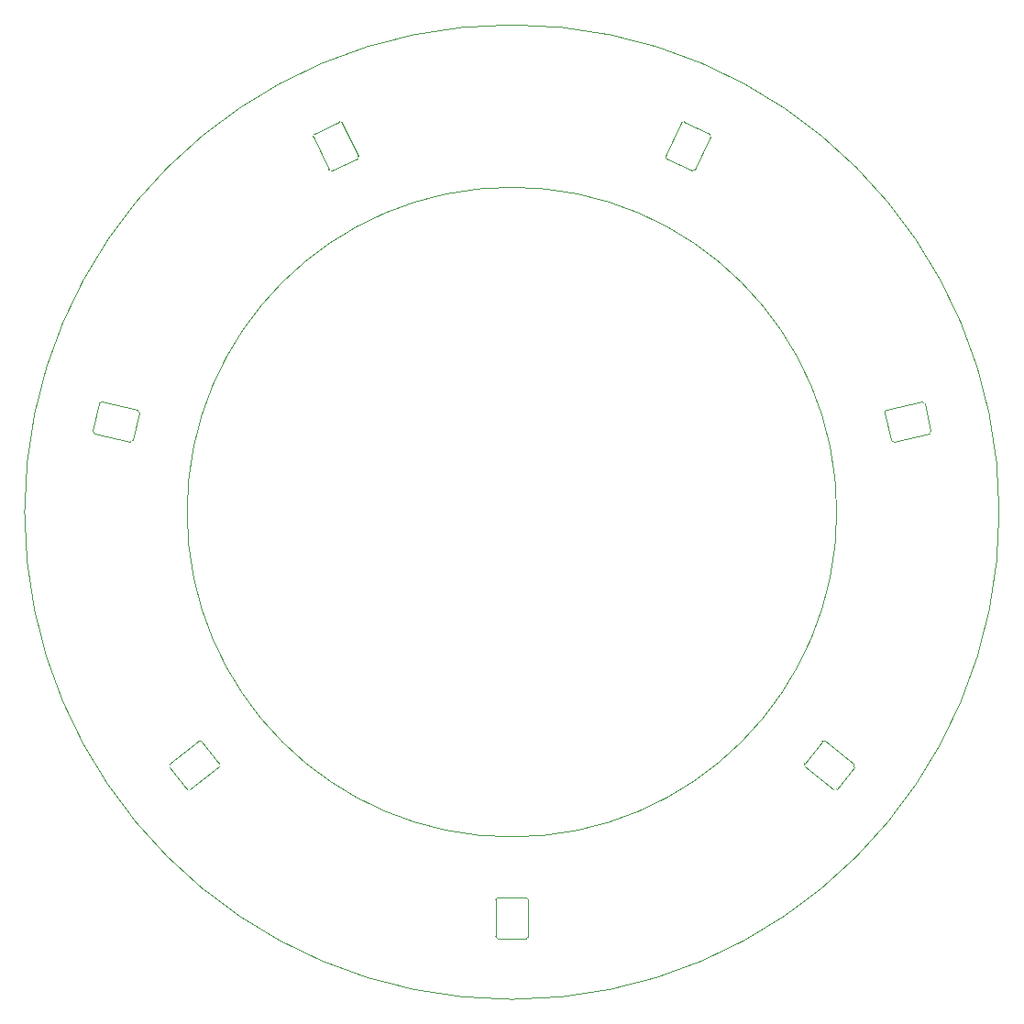
<source format=gbr>
%TF.GenerationSoftware,KiCad,Pcbnew,9.0.1*%
%TF.CreationDate,2025-06-13T20:33:13-06:00*%
%TF.ProjectId,AuraCTRL PCB,41757261-4354-4524-9c20-5043422e6b69,rev?*%
%TF.SameCoordinates,Original*%
%TF.FileFunction,Profile,NP*%
%FSLAX46Y46*%
G04 Gerber Fmt 4.6, Leading zero omitted, Abs format (unit mm)*
G04 Created by KiCad (PCBNEW 9.0.1) date 2025-06-13 20:33:13*
%MOMM*%
%LPD*%
G01*
G04 APERTURE LIST*
%TA.AperFunction,Profile*%
%ADD10C,0.050000*%
%TD*%
%TA.AperFunction,Profile*%
%ADD11C,0.120000*%
%TD*%
G04 APERTURE END LIST*
D10*
X197400000Y-80000000D02*
G75*
G02*
X107400000Y-80000000I-45000000J0D01*
G01*
X107400000Y-80000000D02*
G75*
G02*
X197400000Y-80000000I45000000J0D01*
G01*
X182400000Y-80000000D02*
G75*
G02*
X122400000Y-80000000I-30000000J0D01*
G01*
X122400000Y-80000000D02*
G75*
G02*
X182400000Y-80000000I30000000J0D01*
G01*
D11*
%TO.C,D6*%
X170666227Y-45065848D02*
G75*
G02*
X170759644Y-45332818I-86778J-180194D01*
G01*
X169284444Y-48396115D02*
G75*
G02*
X169017474Y-48489532I-180194J86777D01*
G01*
X168056736Y-44031171D02*
G75*
G02*
X168323706Y-43937754I180194J-86778D01*
G01*
X166674953Y-47361438D02*
G75*
G02*
X166581536Y-47094468I86777J180194D01*
G01*
X170759644Y-45332818D02*
X169284444Y-48396115D01*
X169017474Y-48489532D02*
X166674953Y-47361438D01*
X168323706Y-43937754D02*
X170666227Y-45065848D01*
X166581536Y-47094468D02*
X168056736Y-44031171D01*
%TO.C,D5*%
X186968628Y-70571325D02*
X190283382Y-69814750D01*
X187396704Y-73345627D02*
X186818147Y-70810815D01*
X190522872Y-69965231D02*
X191101429Y-72500043D01*
X190950948Y-72739533D02*
X187636194Y-73496108D01*
X186818147Y-70810815D02*
G75*
G02*
X186968628Y-70571325I194985J44505D01*
G01*
X187636194Y-73496108D02*
G75*
G02*
X187396703Y-73345627I-44505J194986D01*
G01*
X190283382Y-69814750D02*
G75*
G02*
X190522873Y-69965231I44504J-194987D01*
G01*
X191101429Y-72500043D02*
G75*
G02*
X190950948Y-72739534I-194987J-44504D01*
G01*
%TO.C,D3*%
X150900000Y-119200000D02*
X150900000Y-115800000D01*
X151100000Y-115600000D02*
X153700000Y-115600000D01*
X153700000Y-119400000D02*
X151100000Y-119400000D01*
X153900000Y-115800000D02*
X153900000Y-119200000D01*
X150900000Y-115800000D02*
G75*
G02*
X151100000Y-115600000I200000J0D01*
G01*
X151100000Y-119400000D02*
G75*
G02*
X150900000Y-119200000I1J200001D01*
G01*
X153700000Y-115600000D02*
G75*
G02*
X153900000Y-115800000I0J-200000D01*
G01*
X153900000Y-119200000D02*
G75*
G02*
X153700000Y-119400000I-200001J1D01*
G01*
%TO.C,D7*%
X134133651Y-45065912D02*
X136476168Y-43937810D01*
X135515445Y-48396174D02*
X134040235Y-45332883D01*
X136743139Y-44031226D02*
X138218349Y-47094517D01*
X138124933Y-47361488D02*
X135782416Y-48489590D01*
X134040235Y-45332883D02*
G75*
G02*
X134133651Y-45065912I180195J86777D01*
G01*
X135782416Y-48489590D02*
G75*
G02*
X135515446Y-48396174I-86777J180193D01*
G01*
X136476168Y-43937810D02*
G75*
G02*
X136743139Y-44031226I86777J-180195D01*
G01*
X138218349Y-47094517D02*
G75*
G02*
X138124933Y-47361487I-180193J-86777D01*
G01*
%TO.C,D4*%
X179422675Y-103212604D02*
X181043748Y-101179842D01*
X181324812Y-101148173D02*
X183983040Y-103268037D01*
X182112572Y-105613533D02*
X179454344Y-103493669D01*
X184014709Y-103549102D02*
X182393636Y-105581864D01*
X179454344Y-103493669D02*
G75*
G02*
X179422675Y-103212604I124698J156367D01*
G01*
X181043748Y-101179842D02*
G75*
G02*
X181324812Y-101148174I156366J-124698D01*
G01*
X182393636Y-105581864D02*
G75*
G02*
X182112573Y-105613532I-156366J124699D01*
G01*
X183983040Y-103268037D02*
G75*
G02*
X184014710Y-103549103I-124701J-156368D01*
G01*
%TO.C,D8*%
X113698544Y-72500178D02*
X114277092Y-69965364D01*
X114516581Y-69814882D02*
X117831338Y-70571445D01*
X117163783Y-73496230D02*
X113849026Y-72739667D01*
X117981820Y-70810934D02*
X117403272Y-73345748D01*
X113849026Y-72739667D02*
G75*
G02*
X113698545Y-72500178I44505J194986D01*
G01*
X114277092Y-69965364D02*
G75*
G02*
X114516581Y-69814883I194986J-44505D01*
G01*
X117403272Y-73345748D02*
G75*
G02*
X117163783Y-73496230I-194986J44504D01*
G01*
X117831338Y-70571445D02*
G75*
G02*
X117981819Y-70810934I-44504J-194985D01*
G01*
%TO.C,D2*%
X120817040Y-103268147D02*
X123475261Y-101148274D01*
X122406453Y-105581969D02*
X120785373Y-103549212D01*
X123756325Y-101179941D02*
X125377405Y-103212698D01*
X125345738Y-103493763D02*
X122687517Y-105613636D01*
X120785373Y-103549212D02*
G75*
G02*
X120817040Y-103268147I156367J124699D01*
G01*
X122687517Y-105613636D02*
G75*
G02*
X122406453Y-105581969I-124698J156367D01*
G01*
X123475261Y-101148274D02*
G75*
G02*
X123756326Y-101179941I124699J-156366D01*
G01*
X125377405Y-103212698D02*
G75*
G02*
X125345738Y-103493763I-156366J-124699D01*
G01*
%TD*%
M02*

</source>
